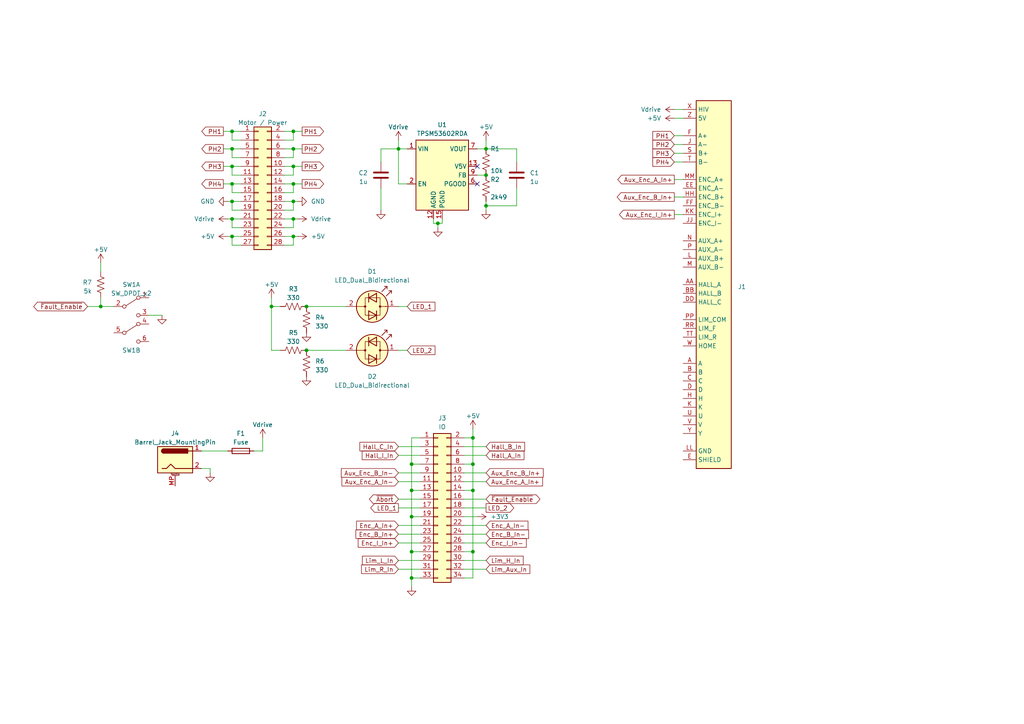
<source format=kicad_sch>
(kicad_sch (version 20230121) (generator eeschema)
  (paper "A4")
  (lib_symbols
    (symbol "Connector:Barrel_Jack_MountingPin" (pin_names hide)
      (property "Reference" "J" (at 0 5.334 0))
      (property "Value" "Barrel_Jack_MountingPin" (at 1.27 -6.35 0))
      (symbol "Barrel_Jack_MountingPin_0_1"
        (rectangle (start -5.08 3.81) (end 5.08 -3.81) (stroke (width 0.254)) (fill (type background)))
        (arc (start -3.302 3.175) (mid -3.9343 2.54) (end -3.302 1.905) (stroke (width 0.254)))
        (arc (start -3.302 3.175) (mid -3.9343 2.54) (end -3.302 1.905) (stroke (width 0.254)) (fill (type outline)))
        (polyline (pts (xy 5.08 2.54) (xy 3.81 2.54)) (stroke (width 0.254)))
        (polyline (pts (xy -3.81 -2.54) (xy -2.54 -2.54) (xy -1.27 -1.27) (xy 0 -2.54) (xy 2.54 -2.54) (xy 5.08 -2.54)) (stroke (width 0.254)))
        (rectangle (start 3.683 3.175) (end -3.302 1.905) (stroke (width 0.254)) (fill (type outline)))
      )
      (symbol "Barrel_Jack_MountingPin_1_1"
        (polyline (pts (xy -1.016 -4.572) (xy 1.016 -4.572)) (stroke (width 0.1524)))
        (text "Mounting" (at 0 -4.191 0) (effects (font (size 0.381 0.381))))
        (pin passive line (at 7.62 2.54 180) (length 2.54) (name "~") (number "1"))
        (pin passive line (at 7.62 -2.54 180) (length 2.54) (name "~") (number "2"))
        (pin passive line (at 0 -7.62 90) (length 3.048) (name "MountPin") (number "MP"))
      )
    )
    (symbol "Connector_Generic:Conn_02x14_Odd_Even" (pin_names (offset 1.016) hide)
      (property "Reference" "J" (at 1.27 17.78 0))
      (property "Value" "Conn_02x14_Odd_Even" (at 1.27 -20.32 0))
      (symbol "Conn_02x14_Odd_Even_1_1"
        (rectangle (start -1.27 -17.653) (end 0 -17.907) (stroke (width 0.1524)))
        (rectangle (start -1.27 -15.113) (end 0 -15.367) (stroke (width 0.1524)))
        (rectangle (start -1.27 -12.573) (end 0 -12.827) (stroke (width 0.1524)))
        (rectangle (start -1.27 -10.033) (end 0 -10.287) (stroke (width 0.1524)))
        (rectangle (start -1.27 -7.493) (end 0 -7.747) (stroke (width 0.1524)))
        (rectangle (start -1.27 -4.953) (end 0 -5.207) (stroke (width 0.1524)))
        (rectangle (start -1.27 -2.413) (end 0 -2.667) (stroke (width 0.1524)))
        (rectangle (start -1.27 0.127) (end 0 -0.127) (stroke (width 0.1524)))
        (rectangle (start -1.27 2.667) (end 0 2.413) (stroke (width 0.1524)))
        (rectangle (start -1.27 5.207) (end 0 4.953) (stroke (width 0.1524)))
        (rectangle (start -1.27 7.747) (end 0 7.493) (stroke (width 0.1524)))
        (rectangle (start -1.27 10.287) (end 0 10.033) (stroke (width 0.1524)))
        (rectangle (start -1.27 12.827) (end 0 12.573) (stroke (width 0.1524)))
        (rectangle (start -1.27 15.367) (end 0 15.113) (stroke (width 0.1524)))
        (rectangle (start -1.27 16.51) (end 3.81 -19.05) (stroke (width 0.254)) (fill (type background)))
        (rectangle (start 3.81 -17.653) (end 2.54 -17.907) (stroke (width 0.1524)))
        (rectangle (start 3.81 -15.113) (end 2.54 -15.367) (stroke (width 0.1524)))
        (rectangle (start 3.81 -12.573) (end 2.54 -12.827) (stroke (width 0.1524)))
        (rectangle (start 3.81 -10.033) (end 2.54 -10.287) (stroke (width 0.1524)))
        (rectangle (start 3.81 -7.493) (end 2.54 -7.747) (stroke (width 0.1524)))
        (rectangle (start 3.81 -4.953) (end 2.54 -5.207) (stroke (width 0.1524)))
        (rectangle (start 3.81 -2.413) (end 2.54 -2.667) (stroke (width 0.1524)))
        (rectangle (start 3.81 0.127) (end 2.54 -0.127) (stroke (width 0.1524)))
        (rectangle (start 3.81 2.667) (end 2.54 2.413) (stroke (width 0.1524)))
        (rectangle (start 3.81 5.207) (end 2.54 4.953) (stroke (width 0.1524)))
        (rectangle (start 3.81 7.747) (end 2.54 7.493) (stroke (width 0.1524)))
        (rectangle (start 3.81 10.287) (end 2.54 10.033) (stroke (width 0.1524)))
        (rectangle (start 3.81 12.827) (end 2.54 12.573) (stroke (width 0.1524)))
        (rectangle (start 3.81 15.367) (end 2.54 15.113) (stroke (width 0.1524)))
        (pin passive line (at -5.08 15.24 0) (length 3.81) (name "Pin_1") (number "1"))
        (pin passive line (at 7.62 5.08 180) (length 3.81) (name "Pin_10") (number "10"))
        (pin passive line (at -5.08 2.54 0) (length 3.81) (name "Pin_11") (number "11"))
        (pin passive line (at 7.62 2.54 180) (length 3.81) (name "Pin_12") (number "12"))
        (pin passive line (at -5.08 0 0) (length 3.81) (name "Pin_13") (number "13"))
        (pin passive line (at 7.62 0 180) (length 3.81) (name "Pin_14") (number "14"))
        (pin passive line (at -5.08 -2.54 0) (length 3.81) (name "Pin_15") (number "15"))
        (pin passive line (at 7.62 -2.54 180) (length 3.81) (name "Pin_16") (number "16"))
        (pin passive line (at -5.08 -5.08 0) (length 3.81) (name "Pin_17") (number "17"))
        (pin passive line (at 7.62 -5.08 180) (length 3.81) (name "Pin_18") (number "18"))
        (pin passive line (at -5.08 -7.62 0) (length 3.81) (name "Pin_19") (number "19"))
        (pin passive line (at 7.62 15.24 180) (length 3.81) (name "Pin_2") (number "2"))
        (pin passive line (at 7.62 -7.62 180) (length 3.81) (name "Pin_20") (number "20"))
        (pin passive line (at -5.08 -10.16 0) (length 3.81) (name "Pin_21") (number "21"))
        (pin passive line (at 7.62 -10.16 180) (length 3.81) (name "Pin_22") (number "22"))
        (pin passive line (at -5.08 -12.7 0) (length 3.81) (name "Pin_23") (number "23"))
        (pin passive line (at 7.62 -12.7 180) (length 3.81) (name "Pin_24") (number "24"))
        (pin passive line (at -5.08 -15.24 0) (length 3.81) (name "Pin_25") (number "25"))
        (pin passive line (at 7.62 -15.24 180) (length 3.81) (name "Pin_26") (number "26"))
        (pin passive line (at -5.08 -17.78 0) (length 3.81) (name "Pin_27") (number "27"))
        (pin passive line (at 7.62 -17.78 180) (length 3.81) (name "Pin_28") (number "28"))
        (pin passive line (at -5.08 12.7 0) (length 3.81) (name "Pin_3") (number "3"))
        (pin passive line (at 7.62 12.7 180) (length 3.81) (name "Pin_4") (number "4"))
        (pin passive line (at -5.08 10.16 0) (length 3.81) (name "Pin_5") (number "5"))
        (pin passive line (at 7.62 10.16 180) (length 3.81) (name "Pin_6") (number "6"))
        (pin passive line (at -5.08 7.62 0) (length 3.81) (name "Pin_7") (number "7"))
        (pin passive line (at 7.62 7.62 180) (length 3.81) (name "Pin_8") (number "8"))
        (pin passive line (at -5.08 5.08 0) (length 3.81) (name "Pin_9") (number "9"))
      )
    )
    (symbol "Connector_Generic:Conn_02x17_Odd_Even" (pin_names (offset 1.016) hide)
      (property "Reference" "J" (at 1.27 22.86 0))
      (property "Value" "Conn_02x17_Odd_Even" (at 1.27 -22.86 0))
      (symbol "Conn_02x17_Odd_Even_1_1"
        (rectangle (start -1.27 -20.193) (end 0 -20.447) (stroke (width 0.1524)))
        (rectangle (start -1.27 -17.653) (end 0 -17.907) (stroke (width 0.1524)))
        (rectangle (start -1.27 -15.113) (end 0 -15.367) (stroke (width 0.1524)))
        (rectangle (start -1.27 -12.573) (end 0 -12.827) (stroke (width 0.1524)))
        (rectangle (start -1.27 -10.033) (end 0 -10.287) (stroke (width 0.1524)))
        (rectangle (start -1.27 -7.493) (end 0 -7.747) (stroke (width 0.1524)))
        (rectangle (start -1.27 -4.953) (end 0 -5.207) (stroke (width 0.1524)))
        (rectangle (start -1.27 -2.413) (end 0 -2.667) (stroke (width 0.1524)))
        (rectangle (start -1.27 0.127) (end 0 -0.127) (stroke (width 0.1524)))
        (rectangle (start -1.27 2.667) (end 0 2.413) (stroke (width 0.1524)))
        (rectangle (start -1.27 5.207) (end 0 4.953) (stroke (width 0.1524)))
        (rectangle (start -1.27 7.747) (end 0 7.493) (stroke (width 0.1524)))
        (rectangle (start -1.27 10.287) (end 0 10.033) (stroke (width 0.1524)))
        (rectangle (start -1.27 12.827) (end 0 12.573) (stroke (width 0.1524)))
        (rectangle (start -1.27 15.367) (end 0 15.113) (stroke (width 0.1524)))
        (rectangle (start -1.27 17.907) (end 0 17.653) (stroke (width 0.1524)))
        (rectangle (start -1.27 20.447) (end 0 20.193) (stroke (width 0.1524)))
        (rectangle (start -1.27 21.59) (end 3.81 -21.59) (stroke (width 0.254)) (fill (type background)))
        (rectangle (start 3.81 -20.193) (end 2.54 -20.447) (stroke (width 0.1524)))
        (rectangle (start 3.81 -17.653) (end 2.54 -17.907) (stroke (width 0.1524)))
        (rectangle (start 3.81 -15.113) (end 2.54 -15.367) (stroke (width 0.1524)))
        (rectangle (start 3.81 -12.573) (end 2.54 -12.827) (stroke (width 0.1524)))
        (rectangle (start 3.81 -10.033) (end 2.54 -10.287) (stroke (width 0.1524)))
        (rectangle (start 3.81 -7.493) (end 2.54 -7.747) (stroke (width 0.1524)))
        (rectangle (start 3.81 -4.953) (end 2.54 -5.207) (stroke (width 0.1524)))
        (rectangle (start 3.81 -2.413) (end 2.54 -2.667) (stroke (width 0.1524)))
        (rectangle (start 3.81 0.127) (end 2.54 -0.127) (stroke (width 0.1524)))
        (rectangle (start 3.81 2.667) (end 2.54 2.413) (stroke (width 0.1524)))
        (rectangle (start 3.81 5.207) (end 2.54 4.953) (stroke (width 0.1524)))
        (rectangle (start 3.81 7.747) (end 2.54 7.493) (stroke (width 0.1524)))
        (rectangle (start 3.81 10.287) (end 2.54 10.033) (stroke (width 0.1524)))
        (rectangle (start 3.81 12.827) (end 2.54 12.573) (stroke (width 0.1524)))
        (rectangle (start 3.81 15.367) (end 2.54 15.113) (stroke (width 0.1524)))
        (rectangle (start 3.81 17.907) (end 2.54 17.653) (stroke (width 0.1524)))
        (rectangle (start 3.81 20.447) (end 2.54 20.193) (stroke (width 0.1524)))
        (pin passive line (at -5.08 20.32 0) (length 3.81) (name "Pin_1") (number "1"))
        (pin passive line (at 7.62 10.16 180) (length 3.81) (name "Pin_10") (number "10"))
        (pin passive line (at -5.08 7.62 0) (length 3.81) (name "Pin_11") (number "11"))
        (pin passive line (at 7.62 7.62 180) (length 3.81) (name "Pin_12") (number "12"))
        (pin passive line (at -5.08 5.08 0) (length 3.81) (name "Pin_13") (number "13"))
        (pin passive line (at 7.62 5.08 180) (length 3.81) (name "Pin_14") (number "14"))
        (pin passive line (at -5.08 2.54 0) (length 3.81) (name "Pin_15") (number "15"))
        (pin passive line (at 7.62 2.54 180) (length 3.81) (name "Pin_16") (number "16"))
        (pin passive line (at -5.08 0 0) (length 3.81) (name "Pin_17") (number "17"))
        (pin passive line (at 7.62 0 180) (length 3.81) (name "Pin_18") (number "18"))
        (pin passive line (at -5.08 -2.54 0) (length 3.81) (name "Pin_19") (number "19"))
        (pin passive line (at 7.62 20.32 180) (length 3.81) (name "Pin_2") (number "2"))
        (pin passive line (at 7.62 -2.54 180) (length 3.81) (name "Pin_20") (number "20"))
        (pin passive line (at -5.08 -5.08 0) (length 3.81) (name "Pin_21") (number "21"))
        (pin passive line (at 7.62 -5.08 180) (length 3.81) (name "Pin_22") (number "22"))
        (pin passive line (at -5.08 -7.62 0) (length 3.81) (name "Pin_23") (number "23"))
        (pin passive line (at 7.62 -7.62 180) (length 3.81) (name "Pin_24") (number "24"))
        (pin passive line (at -5.08 -10.16 0) (length 3.81) (name "Pin_25") (number "25"))
        (pin passive line (at 7.62 -10.16 180) (length 3.81) (name "Pin_26") (number "26"))
        (pin passive line (at -5.08 -12.7 0) (length 3.81) (name "Pin_27") (number "27"))
        (pin passive line (at 7.62 -12.7 180) (length 3.81) (name "Pin_28") (number "28"))
        (pin passive line (at -5.08 -15.24 0) (length 3.81) (name "Pin_29") (number "29"))
        (pin passive line (at -5.08 17.78 0) (length 3.81) (name "Pin_3") (number "3"))
        (pin passive line (at 7.62 -15.24 180) (length 3.81) (name "Pin_30") (number "30"))
        (pin passive line (at -5.08 -17.78 0) (length 3.81) (name "Pin_31") (number "31"))
        (pin passive line (at 7.62 -17.78 180) (length 3.81) (name "Pin_32") (number "32"))
        (pin passive line (at -5.08 -20.32 0) (length 3.81) (name "Pin_33") (number "33"))
        (pin passive line (at 7.62 -20.32 180) (length 3.81) (name "Pin_34") (number "34"))
        (pin passive line (at 7.62 17.78 180) (length 3.81) (name "Pin_4") (number "4"))
        (pin passive line (at -5.08 15.24 0) (length 3.81) (name "Pin_5") (number "5"))
        (pin passive line (at 7.62 15.24 180) (length 3.81) (name "Pin_6") (number "6"))
        (pin passive line (at -5.08 12.7 0) (length 3.81) (name "Pin_7") (number "7"))
        (pin passive line (at 7.62 12.7 180) (length 3.81) (name "Pin_8") (number "8"))
        (pin passive line (at -5.08 10.16 0) (length 3.81) (name "Pin_9") (number "9"))
      )
    )
    (symbol "Converter_DCDC:TPSM53602RDA"
      (property "Reference" "U" (at 0 15.24 0))
      (property "Value" "TPSM53602RDA" (at 0 12.7 0))
      (symbol "TPSM53602RDA_0_1"
        (rectangle (start 7.62 10.16) (end -7.62 -10.16) (stroke (width 0.254)) (fill (type background)))
      )
      (symbol "TPSM53602RDA_1_1"
        (pin power_in line (at -10.16 7.62 0) (length 2.54) (name "VIN") (number "1"))
        (pin passive line (at 0 -12.7 90) (length 2.54) hide (name "PGND") (number "10"))
        (pin passive line (at 0 -12.7 90) (length 2.54) hide (name "PGND") (number "11"))
        (pin power_in line (at -2.54 -12.7 90) (length 2.54) (name "AGND") (number "12"))
        (pin output line (at 10.16 2.54 180) (length 2.54) (name "V5V") (number "13"))
        (pin passive line (at -10.16 7.62 0) (length 2.54) hide (name "VIN") (number "14"))
        (pin power_in line (at 0 -12.7 90) (length 2.54) (name "PGND") (number "15"))
        (pin input line (at -10.16 -2.54 0) (length 2.54) (name "EN") (number "2"))
        (pin passive line (at 0 -12.7 90) (length 2.54) hide (name "PGND") (number "3"))
        (pin no_connect line (at -7.62 2.54 0) (length 2.54) hide (name "DNC") (number "4"))
        (pin no_connect line (at -7.62 0 0) (length 2.54) hide (name "DNC") (number "5"))
        (pin open_collector line (at 10.16 -2.54 180) (length 2.54) (name "PGOOD") (number "6"))
        (pin power_out line (at 10.16 7.62 180) (length 2.54) (name "VOUT") (number "7"))
        (pin passive line (at 10.16 7.62 180) (length 2.54) hide (name "VOUT") (number "8"))
        (pin input line (at 10.16 0 180) (length 2.54) (name "FB") (number "9"))
      )
    )
    (symbol "Device:C" (pin_numbers hide) (pin_names (offset 0.254))
      (property "Reference" "C" (at 0.635 2.54 0))
      (property "Value" "C" (at 0.635 -2.54 0))
      (symbol "C_0_1"
        (polyline (pts (xy -2.032 -0.762) (xy 2.032 -0.762)) (stroke (width 0.508)))
        (polyline (pts (xy -2.032 0.762) (xy 2.032 0.762)) (stroke (width 0.508)))
      )
      (symbol "C_1_1"
        (pin passive line (at 0 3.81 270) (length 2.794) (name "~") (number "1"))
        (pin passive line (at 0 -3.81 90) (length 2.794) (name "~") (number "2"))
      )
    )
    (symbol "Device:Fuse" (pin_numbers hide) (pin_names (offset 0))
      (property "Reference" "F" (at 2.032 0 90))
      (property "Value" "Fuse" (at -1.905 0 90))
      (symbol "Fuse_0_1"
        (rectangle (start -0.762 -2.54) (end 0.762 2.54) (stroke (width 0.254)))
        (polyline (pts (xy 0 2.54) (xy 0 -2.54)))
      )
      (symbol "Fuse_1_1"
        (pin passive line (at 0 3.81 270) (length 1.27) (name "~") (number "1"))
        (pin passive line (at 0 -3.81 90) (length 1.27) (name "~") (number "2"))
      )
    )
    (symbol "Device:LED_Dual_Bidirectional" (pin_names (offset 0) hide)
      (property "Reference" "D" (at 0 5.715 0))
      (property "Value" "LED_Dual_Bidirectional" (at 0 -6.35 0))
      (symbol "LED_Dual_Bidirectional_0_1"
        (circle (center -2.032 0) (radius 0.254) (fill (type outline)))
        (polyline (pts (xy -4.572 0) (xy -2.54 0)))
        (polyline (pts (xy -2.032 0) (xy -2.54 0)))
        (polyline (pts (xy -1.016 3.81) (xy -1.016 1.27)) (stroke (width 0.254)))
        (polyline (pts (xy 1.27 -1.27) (xy 1.27 -3.81)) (stroke (width 0.254)))
        (polyline (pts (xy 4.064 0) (xy 2.286 0)) (fill (type outline)))
        (polyline (pts (xy 4.318 5.842) (xy 4.318 5.08)) (stroke (width 0.2032)))
        (polyline (pts (xy 5.588 4.572) (xy 5.588 3.81)) (stroke (width 0.2032)))
        (polyline (pts (xy 2.794 4.318) (xy 4.318 5.842) (xy 3.556 5.842)) (stroke (width 0.2032)))
        (polyline (pts (xy 4.064 3.048) (xy 5.588 4.572) (xy 4.826 4.572)) (stroke (width 0.2032)))
        (polyline (pts (xy -1.016 -1.27) (xy -1.016 -3.81) (xy 1.27 -2.54) (xy -1.016 -1.27)) (stroke (width 0.254)))
        (polyline (pts (xy 1.27 3.81) (xy 1.27 1.27) (xy -1.016 2.54) (xy 1.27 3.81)) (stroke (width 0.254)))
        (polyline (pts (xy 2.286 2.54) (xy -2.032 2.54) (xy -2.032 -2.54) (xy 2.286 -2.54) (xy 2.286 2.54)))
        (circle (center 0 0) (radius 4.572) (stroke (width 0.254)) (fill (type background)))
        (circle (center 2.286 0) (radius 0.254) (fill (type outline)))
      )
      (symbol "LED_Dual_Bidirectional_1_1"
        (pin input line (at 7.62 0 180) (length 3.81) (name "KA") (number "1"))
        (pin input line (at -7.62 0 0) (length 3.048) (name "AK") (number "2"))
      )
    )
    (symbol "Device:R_US" (pin_numbers hide) (pin_names (offset 0))
      (property "Reference" "R" (at 2.54 0 90))
      (property "Value" "R_US" (at -2.54 0 90))
      (symbol "R_US_0_1"
        (polyline (pts (xy 0 -2.286) (xy 0 -2.54)))
        (polyline (pts (xy 0 2.286) (xy 0 2.54)))
        (polyline (pts (xy 0 -0.762) (xy 1.016 -1.143) (xy 0 -1.524) (xy -1.016 -1.905) (xy 0 -2.286)))
        (polyline (pts (xy 0 0.762) (xy 1.016 0.381) (xy 0 0) (xy -1.016 -0.381) (xy 0 -0.762)))
        (polyline (pts (xy 0 2.286) (xy 1.016 1.905) (xy 0 1.524) (xy -1.016 1.143) (xy 0 0.762)))
      )
      (symbol "R_US_1_1"
        (pin passive line (at 0 3.81 270) (length 1.27) (name "~") (number "1"))
        (pin passive line (at 0 -3.81 90) (length 1.27) (name "~") (number "2"))
      )
    )
    (symbol "ELCO:ELCO"
      (property "Reference" "J" (at -3.81 36.83 0))
      (symbol "ELCO_1_1"
        (rectangle (start -5.08 35.56) (end 5.08 -71.12) (stroke (width 0.254)) (fill (type background)))
        (pin passive line (at -8.89 -40.64 0) (length 3.81) (name "A") (number "A"))
        (pin passive line (at -8.89 -17.78 0) (length 3.81) (name "HALL_A") (number "AA"))
        (pin passive line (at -8.89 -43.18 0) (length 3.81) (name "B") (number "B"))
        (pin passive line (at -8.89 -20.32 0) (length 3.81) (name "HALL_B") (number "BB"))
        (pin passive line (at -8.89 -45.72 0) (length 3.81) (name "C") (number "C"))
        (pin passive line (at -8.89 -68.58 0) (length 3.81) hide (name "SHIELD") (number "CC"))
        (pin passive line (at -8.89 -48.26 0) (length 3.81) (name "D") (number "D"))
        (pin passive line (at -8.89 -22.86 0) (length 3.81) (name "HALL_C") (number "DD"))
        (pin passive line (at -8.89 -68.58 0) (length 3.81) (name "SHIELD") (number "E"))
        (pin passive line (at -8.89 10.16 0) (length 3.81) (name "ENC_A-") (number "EE"))
        (pin passive line (at -8.89 25.4 0) (length 3.81) (name "A+") (number "F"))
        (pin passive line (at -8.89 5.08 0) (length 3.81) (name "ENC_B-") (number "FF"))
        (pin passive line (at -8.89 -50.8 0) (length 3.81) (name "H") (number "H"))
        (pin passive line (at -8.89 7.62 0) (length 3.81) (name "ENC_B+") (number "HH"))
        (pin passive line (at -8.89 22.86 0) (length 3.81) (name "A-") (number "J"))
        (pin passive line (at -8.89 0 0) (length 3.81) (name "ENC_I-") (number "JJ"))
        (pin passive line (at -8.89 -53.34 0) (length 3.81) (name "K") (number "K"))
        (pin passive line (at -8.89 2.54 0) (length 3.81) (name "ENC_I+") (number "KK"))
        (pin passive line (at -8.89 -10.16 0) (length 3.81) (name "AUX_B+") (number "L"))
        (pin passive line (at -8.89 -66.04 0) (length 3.81) (name "GND") (number "LL"))
        (pin passive line (at -8.89 -12.7 0) (length 3.81) (name "AUX_B-") (number "M"))
        (pin passive line (at -8.89 12.7 0) (length 3.81) (name "ENC_A+") (number "MM"))
        (pin passive line (at -8.89 -5.08 0) (length 3.81) (name "AUX_A+") (number "N"))
        (pin passive line (at -8.89 30.48 0) (length 3.81) hide (name "5V") (number "NN"))
        (pin passive line (at -8.89 -7.62 0) (length 3.81) (name "AUX_A-") (number "P"))
        (pin passive line (at -8.89 -27.94 0) (length 3.81) (name "LIM_COM") (number "PP"))
        (pin passive line (at -8.89 -68.58 0) (length 3.81) hide (name "SHIELD") (number "R"))
        (pin passive line (at -8.89 -30.48 0) (length 3.81) (name "LIM_F") (number "RR"))
        (pin passive line (at -8.89 20.32 0) (length 3.81) (name "B+") (number "S"))
        (pin passive line (at -8.89 -27.94 0) (length 3.81) hide (name "LIM_COM") (number "SS"))
        (pin passive line (at -8.89 17.78 0) (length 3.81) (name "B-") (number "T"))
        (pin passive line (at -8.89 -33.02 0) (length 3.81) (name "LIM_R") (number "TT"))
        (pin passive line (at -8.89 -55.88 0) (length 3.81) (name "U") (number "U"))
        (pin passive line (at -8.89 -58.42 0) (length 3.81) (name "V") (number "V"))
        (pin passive line (at -8.89 -35.56 0) (length 3.81) (name "HOME") (number "W"))
        (pin passive line (at -8.89 33.02 0) (length 3.81) (name "HIV") (number "X"))
        (pin passive line (at -8.89 -60.96 0) (length 3.81) (name "Y") (number "Y"))
        (pin passive line (at -8.89 30.48 0) (length 3.81) (name "5V") (number "Z"))
      )
    )
    (symbol "Switch:SW_DPDT_x2" (pin_names (offset 0) hide)
      (property "Reference" "SW" (at 0 4.318 0))
      (property "Value" "SW_DPDT_x2" (at 0 -5.08 0))
      (symbol "SW_DPDT_x2_0_0"
        (circle (center -2.032 0) (radius 0.508))
        (circle (center 2.032 -2.54) (radius 0.508))
      )
      (symbol "SW_DPDT_x2_0_1"
        (polyline (pts (xy -1.524 0.254) (xy 1.651 2.286)))
        (circle (center 2.032 2.54) (radius 0.508))
      )
      (symbol "SW_DPDT_x2_1_1"
        (pin passive line (at 5.08 2.54 180) (length 2.54) (name "A") (number "1"))
        (pin passive line (at -5.08 0 0) (length 2.54) (name "B") (number "2"))
        (pin passive line (at 5.08 -2.54 180) (length 2.54) (name "C") (number "3"))
      )
      (symbol "SW_DPDT_x2_2_1"
        (pin passive line (at 5.08 2.54 180) (length 2.54) (name "A") (number "4"))
        (pin passive line (at -5.08 0 0) (length 2.54) (name "B") (number "5"))
        (pin passive line (at 5.08 -2.54 180) (length 2.54) (name "C") (number "6"))
      )
    )
    (symbol "power:+3V3" (power) (pin_names (offset 0))
      (property "Value" "+3V3" (at 0 3.556 0))
      (symbol "+3V3_0_1"
        (polyline (pts (xy -0.762 1.27) (xy 0 2.54)))
        (polyline (pts (xy 0 0) (xy 0 2.54)))
        (polyline (pts (xy 0 2.54) (xy 0.762 1.27)))
      )
      (symbol "+3V3_1_1"
        (pin power_in line (at 0 0 90) (length 0) hide (name "+3V3") (number "1"))
      )
    )
    (symbol "power:+5V" (power) (pin_names (offset 0))
      (property "Value" "+5V" (at 0 3.556 0))
      (symbol "+5V_0_1"
        (polyline (pts (xy -0.762 1.27) (xy 0 2.54)))
        (polyline (pts (xy 0 0) (xy 0 2.54)))
        (polyline (pts (xy 0 2.54) (xy 0.762 1.27)))
      )
      (symbol "+5V_1_1"
        (pin power_in line (at 0 0 90) (length 0) hide (name "+5V") (number "1"))
      )
    )
    (symbol "power:GND" (power) (pin_names (offset 0))
      (property "Value" "GND" (at 0 -3.81 0))
      (symbol "GND_0_1"
        (polyline (pts (xy 0 0) (xy 0 -1.27) (xy 1.27 -1.27) (xy 0 -2.54) (xy -1.27 -1.27) (xy 0 -1.27)))
      )
      (symbol "GND_1_1"
        (pin power_in line (at 0 0 270) (length 0) hide (name "GND") (number "1"))
      )
    )
    (symbol "power:Vdrive" (power) (pin_names (offset 0))
      (property "Value" "Vdrive" (at 0 3.81 0))
      (symbol "Vdrive_0_1"
        (polyline (pts (xy -0.762 1.27) (xy 0 2.54)))
        (polyline (pts (xy 0 0) (xy 0 2.54)))
        (polyline (pts (xy 0 2.54) (xy 0.762 1.27)))
      )
      (symbol "Vdrive_1_1"
        (pin power_in line (at 0 0 90) (length 0) hide (name "Vdrive") (number "1"))
      )
    )
  )
  (junction (at 115.57 43.18))
  (junction (at 137.16 160.02))
  (junction (at 85.09 68.58))
  (junction (at 85.09 63.5))
  (junction (at 67.31 38.1))
  (junction (at 140.97 43.18))
  (junction (at 85.09 53.34))
  (junction (at 67.31 53.34))
  (junction (at 67.31 63.5))
  (junction (at 88.9 101.6))
  (junction (at 78.74 88.9))
  (junction (at 140.97 59.69))
  (junction (at 140.97 50.8))
  (junction (at 137.16 134.62))
  (junction (at 67.31 58.42))
  (junction (at 67.31 43.18))
  (junction (at 137.16 142.24))
  (junction (at 137.16 127))
  (junction (at 119.38 167.64))
  (junction (at 85.09 58.42))
  (junction (at 67.31 48.26))
  (junction (at 85.09 38.1))
  (junction (at 85.09 43.18))
  (junction (at 119.38 134.62))
  (junction (at 127 64.77))
  (junction (at 119.38 142.24))
  (junction (at 88.9 88.9))
  (junction (at 119.38 149.86))
  (junction (at 85.09 48.26))
  (junction (at 29.21 88.9))
  (junction (at 67.31 68.58))
  (junction (at 119.38 160.02))
  (no_connect (at 138.43 53.34))
  (no_connect (at 138.43 48.26))
  (wire (pts (xy 67.31 68.58) (xy 67.31 71.12)))
  (wire (pts (xy 119.38 149.86) (xy 119.38 160.02)))
  (wire (pts (xy 88.9 101.6) (xy 100.33 101.6)))
  (wire (pts (xy 137.16 142.24) (xy 137.16 160.02)))
  (wire (pts (xy 85.09 71.12) (xy 82.55 71.12)))
  (wire (pts (xy 138.43 50.8) (xy 140.97 50.8)))
  (wire (pts (xy 85.09 38.1) (xy 82.55 38.1)))
  (wire (pts (xy 121.92 134.62) (xy 119.38 134.62)))
  (wire (pts (xy 195.58 62.23) (xy 198.12 62.23)))
  (wire (pts (xy 60.96 135.89) (xy 58.42 135.89)))
  (wire (pts (xy 67.31 48.26) (xy 67.31 50.8)))
  (wire (pts (xy 64.77 53.34) (xy 67.31 53.34)))
  (wire (pts (xy 85.09 66.04) (xy 82.55 66.04)))
  (wire (pts (xy 115.57 152.4) (xy 121.92 152.4)))
  (wire (pts (xy 137.16 160.02) (xy 134.62 160.02)))
  (wire (pts (xy 85.09 38.1) (xy 85.09 40.64)))
  (wire (pts (xy 140.97 137.16) (xy 134.62 137.16)))
  (wire (pts (xy 140.97 132.08) (xy 134.62 132.08)))
  (wire (pts (xy 137.16 134.62) (xy 137.16 142.24)))
  (wire (pts (xy 87.63 38.1) (xy 85.09 38.1)))
  (wire (pts (xy 195.58 46.99) (xy 198.12 46.99)))
  (wire (pts (xy 149.86 54.61) (xy 149.86 59.69)))
  (wire (pts (xy 140.97 152.4) (xy 134.62 152.4)))
  (wire (pts (xy 115.57 43.18) (xy 118.11 43.18)))
  (wire (pts (xy 67.31 38.1) (xy 69.85 38.1)))
  (wire (pts (xy 85.09 43.18) (xy 87.63 43.18)))
  (wire (pts (xy 140.97 129.54) (xy 134.62 129.54)))
  (wire (pts (xy 78.74 88.9) (xy 78.74 101.6)))
  (wire (pts (xy 119.38 142.24) (xy 119.38 149.86)))
  (wire (pts (xy 140.97 139.7) (xy 134.62 139.7)))
  (wire (pts (xy 85.09 58.42) (xy 82.55 58.42)))
  (wire (pts (xy 87.63 53.34) (xy 85.09 53.34)))
  (wire (pts (xy 73.66 130.81) (xy 76.2 130.81)))
  (wire (pts (xy 67.31 40.64) (xy 69.85 40.64)))
  (wire (pts (xy 137.16 142.24) (xy 134.62 142.24)))
  (wire (pts (xy 119.38 160.02) (xy 119.38 167.64)))
  (wire (pts (xy 66.04 68.58) (xy 67.31 68.58)))
  (wire (pts (xy 67.31 48.26) (xy 69.85 48.26)))
  (wire (pts (xy 85.09 63.5) (xy 85.09 66.04)))
  (wire (pts (xy 149.86 59.69) (xy 140.97 59.69)))
  (wire (pts (xy 67.31 53.34) (xy 67.31 55.88)))
  (wire (pts (xy 140.97 144.78) (xy 134.62 144.78)))
  (wire (pts (xy 138.43 43.18) (xy 140.97 43.18)))
  (wire (pts (xy 149.86 46.99) (xy 149.86 43.18)))
  (wire (pts (xy 195.58 44.45) (xy 198.12 44.45)))
  (wire (pts (xy 85.09 55.88) (xy 82.55 55.88)))
  (wire (pts (xy 64.77 48.26) (xy 67.31 48.26)))
  (wire (pts (xy 115.57 129.54) (xy 121.92 129.54)))
  (wire (pts (xy 67.31 63.5) (xy 67.31 66.04)))
  (wire (pts (xy 115.57 157.48) (xy 121.92 157.48)))
  (wire (pts (xy 85.09 45.72) (xy 82.55 45.72)))
  (wire (pts (xy 115.57 88.9) (xy 118.11 88.9)))
  (wire (pts (xy 67.31 66.04) (xy 69.85 66.04)))
  (wire (pts (xy 78.74 88.9) (xy 81.28 88.9)))
  (wire (pts (xy 134.62 167.64) (xy 137.16 167.64)))
  (wire (pts (xy 121.92 142.24) (xy 119.38 142.24)))
  (wire (pts (xy 140.97 58.42) (xy 140.97 59.69)))
  (wire (pts (xy 115.57 101.6) (xy 118.11 101.6)))
  (wire (pts (xy 195.58 41.91) (xy 198.12 41.91)))
  (wire (pts (xy 140.97 154.94) (xy 134.62 154.94)))
  (wire (pts (xy 67.31 50.8) (xy 69.85 50.8)))
  (wire (pts (xy 85.09 43.18) (xy 85.09 45.72)))
  (wire (pts (xy 195.58 52.07) (xy 198.12 52.07)))
  (wire (pts (xy 67.31 60.96) (xy 69.85 60.96)))
  (wire (pts (xy 86.36 63.5) (xy 85.09 63.5)))
  (wire (pts (xy 85.09 68.58) (xy 85.09 71.12)))
  (wire (pts (xy 195.58 34.29) (xy 198.12 34.29)))
  (wire (pts (xy 67.31 58.42) (xy 67.31 60.96)))
  (wire (pts (xy 140.97 43.18) (xy 149.86 43.18)))
  (wire (pts (xy 121.92 132.08) (xy 115.57 132.08)))
  (wire (pts (xy 66.04 63.5) (xy 67.31 63.5)))
  (wire (pts (xy 121.92 149.86) (xy 119.38 149.86)))
  (wire (pts (xy 78.74 101.6) (xy 81.28 101.6)))
  (wire (pts (xy 66.04 58.42) (xy 67.31 58.42)))
  (wire (pts (xy 60.96 137.16) (xy 60.96 135.89)))
  (wire (pts (xy 76.2 130.81) (xy 76.2 127)))
  (wire (pts (xy 119.38 127) (xy 119.38 134.62)))
  (wire (pts (xy 118.11 53.34) (xy 115.57 53.34)))
  (wire (pts (xy 195.58 39.37) (xy 198.12 39.37)))
  (wire (pts (xy 85.09 58.42) (xy 85.09 60.96)))
  (wire (pts (xy 138.43 149.86) (xy 134.62 149.86)))
  (wire (pts (xy 67.31 63.5) (xy 69.85 63.5)))
  (wire (pts (xy 119.38 167.64) (xy 121.92 167.64)))
  (wire (pts (xy 78.74 86.36) (xy 78.74 88.9)))
  (wire (pts (xy 64.77 38.1) (xy 67.31 38.1)))
  (wire (pts (xy 85.09 53.34) (xy 85.09 55.88)))
  (wire (pts (xy 110.49 54.61) (xy 110.49 60.96)))
  (wire (pts (xy 119.38 167.64) (xy 119.38 170.18)))
  (wire (pts (xy 67.31 55.88) (xy 69.85 55.88)))
  (wire (pts (xy 115.57 137.16) (xy 121.92 137.16)))
  (wire (pts (xy 121.92 127) (xy 119.38 127)))
  (wire (pts (xy 25.4 88.9) (xy 29.21 88.9)))
  (wire (pts (xy 85.09 40.64) (xy 82.55 40.64)))
  (wire (pts (xy 86.36 68.58) (xy 85.09 68.58)))
  (wire (pts (xy 87.63 48.26) (xy 85.09 48.26)))
  (wire (pts (xy 67.31 43.18) (xy 69.85 43.18)))
  (wire (pts (xy 110.49 43.18) (xy 115.57 43.18)))
  (wire (pts (xy 140.97 59.69) (xy 140.97 60.96)))
  (wire (pts (xy 85.09 60.96) (xy 82.55 60.96)))
  (wire (pts (xy 121.92 160.02) (xy 119.38 160.02)))
  (wire (pts (xy 125.73 63.5) (xy 125.73 64.77)))
  (wire (pts (xy 128.27 63.5) (xy 128.27 64.77)))
  (wire (pts (xy 137.16 124.46) (xy 137.16 127)))
  (wire (pts (xy 119.38 134.62) (xy 119.38 142.24)))
  (wire (pts (xy 29.21 88.9) (xy 33.02 88.9)))
  (wire (pts (xy 85.09 50.8) (xy 82.55 50.8)))
  (wire (pts (xy 115.57 147.32) (xy 121.92 147.32)))
  (wire (pts (xy 134.62 147.32) (xy 140.97 147.32)))
  (wire (pts (xy 195.58 31.75) (xy 198.12 31.75)))
  (wire (pts (xy 85.09 53.34) (xy 82.55 53.34)))
  (wire (pts (xy 125.73 64.77) (xy 127 64.77)))
  (wire (pts (xy 67.31 58.42) (xy 69.85 58.42)))
  (wire (pts (xy 121.92 144.78) (xy 115.57 144.78)))
  (wire (pts (xy 115.57 165.1) (xy 121.92 165.1)))
  (wire (pts (xy 115.57 162.56) (xy 121.92 162.56)))
  (wire (pts (xy 137.16 160.02) (xy 137.16 167.64)))
  (wire (pts (xy 85.09 48.26) (xy 85.09 50.8)))
  (wire (pts (xy 29.21 86.36) (xy 29.21 88.9)))
  (wire (pts (xy 67.31 71.12) (xy 69.85 71.12)))
  (wire (pts (xy 88.9 88.9) (xy 100.33 88.9)))
  (wire (pts (xy 64.77 43.18) (xy 67.31 43.18)))
  (wire (pts (xy 115.57 154.94) (xy 121.92 154.94)))
  (wire (pts (xy 58.42 130.81) (xy 66.04 130.81)))
  (wire (pts (xy 110.49 46.99) (xy 110.49 43.18)))
  (wire (pts (xy 115.57 40.64) (xy 115.57 43.18)))
  (wire (pts (xy 67.31 43.18) (xy 67.31 45.72)))
  (wire (pts (xy 82.55 43.18) (xy 85.09 43.18)))
  (wire (pts (xy 137.16 127) (xy 134.62 127)))
  (wire (pts (xy 86.36 58.42) (xy 85.09 58.42)))
  (wire (pts (xy 43.18 91.44) (xy 46.99 91.44)))
  (wire (pts (xy 115.57 53.34) (xy 115.57 43.18)))
  (wire (pts (xy 67.31 53.34) (xy 69.85 53.34)))
  (wire (pts (xy 85.09 48.26) (xy 82.55 48.26)))
  (wire (pts (xy 67.31 45.72) (xy 69.85 45.72)))
  (wire (pts (xy 29.21 76.2) (xy 29.21 78.74)))
  (wire (pts (xy 140.97 43.18) (xy 140.97 40.64)))
  (wire (pts (xy 85.09 63.5) (xy 82.55 63.5)))
  (wire (pts (xy 127 64.77) (xy 127 66.04)))
  (wire (pts (xy 115.57 139.7) (xy 121.92 139.7)))
  (wire (pts (xy 195.58 57.15) (xy 198.12 57.15)))
  (wire (pts (xy 140.97 157.48) (xy 134.62 157.48)))
  (wire (pts (xy 127 64.77) (xy 128.27 64.77)))
  (wire (pts (xy 67.31 68.58) (xy 69.85 68.58)))
  (wire (pts (xy 137.16 127) (xy 137.16 134.62)))
  (wire (pts (xy 85.09 68.58) (xy 82.55 68.58)))
  (wire (pts (xy 134.62 165.1) (xy 140.97 165.1)))
  (wire (pts (xy 67.31 38.1) (xy 67.31 40.64)))
  (wire (pts (xy 140.97 162.56) (xy 134.62 162.56)))
  (wire (pts (xy 137.16 134.62) (xy 134.62 134.62)))
  (global_label "PH3" (shape input) (at 195.58 44.45 180) (property "Intersheetrefs" "${INTERSHEET_REFS}" (effects hide)))
  (global_label "~{Fault_Enable}" (shape bidirectional) (at 140.97 144.78 0) (property "Intersheetrefs" "${INTERSHEET_REFS}" (effects hide)))
  (global_label "PH3" (shape output) (at 87.63 48.26 0) (property "Intersheetrefs" "${INTERSHEET_REFS}" (effects hide)))
  (global_label "Enc_A_In+" (shape input) (at 115.57 152.4 180) (property "Intersheetrefs" "${INTERSHEET_REFS}" (effects hide)))
  (global_label "Enc_A_In-" (shape input) (at 140.97 152.4 0) (property "Intersheetrefs" "${INTERSHEET_REFS}" (effects hide)))
  (global_label "Enc_I_In+" (shape input) (at 115.57 157.48 180) (property "Intersheetrefs" "${INTERSHEET_REFS}" (effects hide)))
  (global_label "~{Fault_Enable}" (shape bidirectional) (at 25.4 88.9 180) (property "Intersheetrefs" "${INTERSHEET_REFS}" (effects hide)))
  (global_label "Enc_I_In-" (shape input) (at 140.97 157.48 0) (property "Intersheetrefs" "${INTERSHEET_REFS}" (effects hide)))
  (global_label "LED_2" (shape input) (at 118.11 101.6 0) (property "Intersheetrefs" "${INTERSHEET_REFS}" (effects hide)))
  (global_label "Aux_Enc_A_In+" (shape output) (at 195.58 52.07 180) (property "Intersheetrefs" "${INTERSHEET_REFS}" (effects hide)))
  (global_label "PH2" (shape output) (at 64.77 43.18 180) (property "Intersheetrefs" "${INTERSHEET_REFS}" (effects hide)))
  (global_label "PH2" (shape output) (at 87.63 43.18 0) (property "Intersheetrefs" "${INTERSHEET_REFS}" (effects hide)))
  (global_label "Hall_I_In" (shape input) (at 115.57 132.08 180) (property "Intersheetrefs" "${INTERSHEET_REFS}" (effects hide)))
  (global_label "PH1" (shape output) (at 87.63 38.1 0) (property "Intersheetrefs" "${INTERSHEET_REFS}" (effects hide)))
  (global_label "Lim_R_In" (shape input) (at 115.57 165.1 180) (property "Intersheetrefs" "${INTERSHEET_REFS}" (effects hide)))
  (global_label "PH4" (shape input) (at 195.58 46.99 180) (property "Intersheetrefs" "${INTERSHEET_REFS}" (effects hide)))
  (global_label "~{Abort}" (shape bidirectional) (at 115.57 144.78 180) (property "Intersheetrefs" "${INTERSHEET_REFS}" (effects hide)))
  (global_label "LED_1" (shape output) (at 115.57 147.32 180) (property "Intersheetrefs" "${INTERSHEET_REFS}" (effects hide)))
  (global_label "Aux_Enc_B_In+" (shape output) (at 195.58 57.15 180) (property "Intersheetrefs" "${INTERSHEET_REFS}" (effects hide)))
  (global_label "LED_2" (shape output) (at 140.97 147.32 0) (property "Intersheetrefs" "${INTERSHEET_REFS}" (effects hide)))
  (global_label "Hall_B_In" (shape input) (at 140.97 129.54 0) (property "Intersheetrefs" "${INTERSHEET_REFS}" (effects hide)))
  (global_label "Hall_A_In" (shape input) (at 140.97 132.08 0) (property "Intersheetrefs" "${INTERSHEET_REFS}" (effects hide)))
  (global_label "Enc_B_In+" (shape input) (at 115.57 154.94 180) (property "Intersheetrefs" "${INTERSHEET_REFS}" (effects hide)))
  (global_label "PH2" (shape input) (at 195.58 41.91 180) (property "Intersheetrefs" "${INTERSHEET_REFS}" (effects hide)))
  (global_label "Aux_Enc_B_In+" (shape input) (at 140.97 137.16 0) (property "Intersheetrefs" "${INTERSHEET_REFS}" (effects hide)))
  (global_label "PH1" (shape input) (at 195.58 39.37 180) (property "Intersheetrefs" "${INTERSHEET_REFS}" (effects hide)))
  (global_label "Aux_Enc_B_In-" (shape input) (at 115.57 137.16 180) (property "Intersheetrefs" "${INTERSHEET_REFS}" (effects hide)))
  (global_label "Lim_Aux_In" (shape input) (at 140.97 165.1 0) (property "Intersheetrefs" "${INTERSHEET_REFS}" (effects hide)))
  (global_label "Enc_B_In-" (shape input) (at 140.97 154.94 0) (property "Intersheetrefs" "${INTERSHEET_REFS}" (effects hide)))
  (global_label "Aux_Enc_I_In+" (shape output) (at 195.58 62.23 180) (property "Intersheetrefs" "${INTERSHEET_REFS}" (effects hide)))
  (global_label "Hall_C_In" (shape input) (at 115.57 129.54 180) (property "Intersheetrefs" "${INTERSHEET_REFS}" (effects hide)))
  (global_label "Lim_L_In" (shape input) (at 115.57 162.56 180) (property "Intersheetrefs" "${INTERSHEET_REFS}" (effects hide)))
  (global_label "Lim_H_In" (shape input) (at 140.97 162.56 0) (property "Intersheetrefs" "${INTERSHEET_REFS}" (effects hide)))
  (global_label "Aux_Enc_A_In-" (shape input) (at 115.57 139.7 180) (property "Intersheetrefs" "${INTERSHEET_REFS}" (effects hide)))
  (global_label "Aux_Enc_A_In+" (shape input) (at 140.97 139.7 0) (property "Intersheetrefs" "${INTERSHEET_REFS}" (effects hide)))
  (global_label "LED_1" (shape input) (at 118.11 88.9 0) (property "Intersheetrefs" "${INTERSHEET_REFS}" (effects hide)))
  (global_label "PH1" (shape output) (at 64.77 38.1 180) (property "Intersheetrefs" "${INTERSHEET_REFS}" (effects hide)))
  (global_label "PH4" (shape output) (at 87.63 53.34 0) (property "Intersheetrefs" "${INTERSHEET_REFS}" (effects hide)))
  (global_label "PH4" (shape output) (at 64.77 53.34 180) (property "Intersheetrefs" "${INTERSHEET_REFS}" (effects hide)))
  (global_label "PH3" (shape output) (at 64.77 48.26 180) (property "Intersheetrefs" "${INTERSHEET_REFS}" (effects hide)))
  (symbol (lib_id "Device:R_US") (at 88.9 92.71 180) (unit 1)
    (property "Reference" "R4" (at 91.44 92.075 0) (effects (justify right)))
    (property "Value" "330" (at 91.44 94.615 0) (effects (justify right)))
    (property "Footprint" "Resistor_SMD:R_0805_2012Metric" (effects hide))
  )
  (symbol (lib_id "Connector_Generic:Conn_02x14_Odd_Even") (at 74.93 53.34 0) (unit 1)
    (property "Reference" "J2" (at 76.2 33.02 0))
    (property "Value" "Motor / Power" (at 76.2 35.56 0))
    (property "Footprint" "Connector_PinHeader_2.54mm:PinHeader_2x14_P2.54mm_Vertical" (effects hide))
  )
  (symbol (lib_id "Device:C") (at 110.49 50.8 0) (mirror y) (unit 1)
    (property "Reference" "C2" (at 106.68 50.165 0) (effects (justify left)))
    (property "Value" "1u" (at 106.68 52.705 0) (effects (justify left)))
    (property "Footprint" "Capacitor_SMD:C_0805_2012Metric" (effects hide))
  )
  (symbol (lib_id "power:Vdrive") (at 195.58 31.75 90) (unit 1)
    (property "Reference" "#PWR010" (effects hide))
    (property "Value" "Vdrive" (at 191.77 31.75 90) (effects (justify left)))
  )
  (symbol (lib_id "power:GND") (at 88.9 96.52 0) (unit 1)
    (property "Reference" "#PWR019" (effects hide))
    (property "Value" "GND" (effects hide))
  )
  (symbol (lib_id "power:+5V") (at 78.74 86.36 0) (unit 1)
    (property "Reference" "#PWR018" (effects hide))
    (property "Value" "+5V" (at 78.74 82.55 0))
  )
  (symbol (lib_id "power:+5V") (at 66.04 68.58 90) (mirror x) (unit 1)
    (property "Reference" "#PWR06" (effects hide))
    (property "Value" "+5V" (at 62.23 68.58 90) (effects (justify left)))
  )
  (symbol (lib_id "power:GND") (at 140.97 60.96 0) (unit 1)
    (property "Reference" "#PWR016" (effects hide))
    (property "Value" "GND" (effects hide))
  )
  (symbol (lib_id "Device:R_US") (at 29.21 82.55 0) (unit 1)
    (property "Reference" "R7" (at 26.67 81.915 0) (effects (justify right)))
    (property "Value" "5k" (at 26.67 84.455 0) (effects (justify right)))
    (property "Footprint" "Resistor_SMD:R_0805_2012Metric" (effects hide))
  )
  (symbol (lib_id "power:+3V3") (at 138.43 149.86 270) (mirror x) (unit 1)
    (property "Reference" "#PWR03" (effects hide))
    (property "Value" "+3V3" (at 142.24 149.86 90) (effects (justify left)))
  )
  (symbol (lib_id "Device:R_US") (at 85.09 101.6 270) (unit 1)
    (property "Reference" "R5" (at 85.09 96.52 90))
    (property "Value" "330" (at 85.09 99.06 90))
    (property "Footprint" "Resistor_SMD:R_0805_2012Metric" (effects hide))
  )
  (symbol (lib_id "power:Vdrive") (at 86.36 63.5 270) (unit 1)
    (property "Reference" "#PWR08" (effects hide))
    (property "Value" "Vdrive" (at 90.17 63.5 90) (effects (justify left)))
  )
  (symbol (lib_id "power:GND") (at 46.99 91.44 0) (unit 1)
    (property "Reference" "#PWR022" (effects hide))
    (property "Value" "GND" (effects hide))
  )
  (symbol (lib_id "Device:C") (at 149.86 50.8 0) (unit 1)
    (property "Reference" "C1" (at 153.67 50.165 0) (effects (justify left)))
    (property "Value" "1u" (at 153.67 52.705 0) (effects (justify left)))
    (property "Footprint" "Capacitor_SMD:C_0805_2012Metric" (effects hide))
  )
  (symbol (lib_id "Switch:SW_DPDT_x2") (at 38.1 96.52 0) (unit 2)
    (property "Reference" "SW1" (at 38.1 101.6 0))
    (property "Value" "SW_DPDT_x2" (effects hide))
    (property "Footprint" "Button_Switch_THT:SW_NKK_G1xJP" (effects hide))
  )
  (symbol (lib_id "Device:LED_Dual_Bidirectional") (at 107.95 88.9 0) (unit 1)
    (property "Reference" "D1" (at 107.95 78.74 0))
    (property "Value" "LED_Dual_Bidirectional" (at 107.95 81.28 0))
    (property "Footprint" "LED_THT:LED_D5.0mm" (effects hide))
  )
  (symbol (lib_id "power:GND") (at 119.38 170.18 0) (mirror y) (unit 1)
    (property "Reference" "#PWR01" (effects hide))
    (property "Value" "GND" (effects hide))
  )
  (symbol (lib_id "power:GND") (at 127 66.04 0) (unit 1)
    (property "Reference" "#PWR015" (effects hide))
    (property "Value" "GND" (effects hide))
  )
  (symbol (lib_id "power:Vdrive") (at 115.57 40.64 0) (unit 1)
    (property "Reference" "#PWR013" (effects hide))
    (property "Value" "Vdrive" (at 115.57 36.83 0))
  )
  (symbol (lib_id "Device:R_US") (at 88.9 105.41 0) (unit 1)
    (property "Reference" "R6" (at 91.44 104.775 0) (effects (justify left)))
    (property "Value" "330" (at 91.44 107.315 0) (effects (justify left)))
    (property "Footprint" "Resistor_SMD:R_0805_2012Metric" (effects hide))
  )
  (symbol (lib_id "Converter_DCDC:TPSM53602RDA") (at 128.27 50.8 0) (unit 1)
    (property "Reference" "U1" (at 128.27 36.195 0))
    (property "Value" "TPSM53602RDA" (at 128.27 38.735 0))
    (property "Footprint" "Package_DFN_QFN:Texas_B3QFN-14-1EP_5x5.5mm_P0.65mm_ThermalVia" (effects hide))
    (property "Datasheet" "https://www.ti.com/lit/ds/symlink/tpsm53602.pdf" (effects hide))
  )
  (symbol (lib_id "power:GND") (at 110.49 60.96 0) (unit 1)
    (property "Reference" "#PWR017" (effects hide))
    (property "Value" "GND" (effects hide))
  )
  (symbol (lib_id "Device:LED_Dual_Bidirectional") (at 107.95 101.6 0) (unit 1)
    (property "Reference" "D2" (at 107.95 109.22 0))
    (property "Value" "LED_Dual_Bidirectional" (at 107.95 111.76 0))
    (property "Footprint" "LED_THT:LED_D5.0mm" (effects hide))
  )
  (symbol (lib_id "Switch:SW_DPDT_x2") (at 38.1 88.9 0) (unit 1)
    (property "Reference" "SW1" (at 38.1 82.55 0))
    (property "Value" "SW_DPDT_x2" (at 38.1 85.09 0))
    (property "Footprint" "Button_Switch_THT:SW_NKK_G1xJP" (effects hide))
  )
  (symbol (lib_id "Device:R_US") (at 140.97 54.61 0) (unit 1)
    (property "Reference" "R2" (at 142.24 52.07 0) (effects (justify left)))
    (property "Value" "2k49" (at 142.24 57.15 0) (effects (justify left)))
    (property "Footprint" "Resistor_SMD:R_0805_2012Metric" (effects hide))
  )
  (symbol (lib_id "ELCO:ELCO") (at 207.01 64.77 0) (unit 1)
    (property "Reference" "J1" (at 213.995 83.185 0) (effects (justify left)))
    (property "Value" "~" (at 203.2 64.77 0))
    (property "Footprint" "ELCO:ELCO" (effects hide))
  )
  (symbol (lib_id "Device:Fuse") (at 69.85 130.81 90) (unit 1)
    (property "Reference" "F1" (at 69.85 125.73 90))
    (property "Value" "Fuse" (at 69.85 128.27 90))
    (property "Footprint" "Fuse:Fuseholder_Clip-5x20mm_Bel_FC-203-22_Lateral_P17.80x5.00mm_D1.17mm_Horizontal" (effects hide))
  )
  (symbol (lib_id "Connector:Barrel_Jack_MountingPin") (at 50.8 133.35 0) (unit 1)
    (property "Reference" "J4" (at 50.8 125.73 0))
    (property "Value" "Barrel_Jack_MountingPin" (at 50.8 128.27 0))
    (property "Footprint" "Connector_BarrelJack:BarrelJack_CUI_PJ-063AH_Horizontal" (effects hide))
  )
  (symbol (lib_id "power:Vdrive") (at 66.04 63.5 90) (mirror x) (unit 1)
    (property "Reference" "#PWR05" (effects hide))
    (property "Value" "Vdrive" (at 62.23 63.5 90) (effects (justify left)))
  )
  (symbol (lib_id "power:GND") (at 60.96 137.16 0) (unit 1)
    (property "Reference" "#PWR021" (effects hide))
    (property "Value" "GND" (effects hide))
  )
  (symbol (lib_id "power:+5V") (at 86.36 68.58 270) (unit 1)
    (property "Reference" "#PWR09" (effects hide))
    (property "Value" "+5V" (at 90.17 68.58 90) (effects (justify left)))
  )
  (symbol (lib_id "power:Vdrive") (at 76.2 127 0) (unit 1)
    (property "Reference" "#PWR012" (effects hide))
    (property "Value" "Vdrive" (at 76.2 123.19 0))
  )
  (symbol (lib_id "power:GND") (at 66.04 58.42 270) (mirror x) (unit 1)
    (property "Reference" "#PWR04" (effects hide))
    (property "Value" "GND" (at 62.23 58.42 90) (effects (justify right)))
  )
  (symbol (lib_id "Connector_Generic:Conn_02x17_Odd_Even") (at 127 147.32 0) (unit 1)
    (property "Reference" "J3" (at 128.27 121.285 0))
    (property "Value" "IO" (at 128.27 123.825 0))
    (property "Footprint" "Connector_PinHeader_2.54mm:PinHeader_2x17_P2.54mm_Vertical" (effects hide))
  )
  (symbol (lib_id "Device:R_US") (at 85.09 88.9 90) (unit 1)
    (property "Reference" "R3" (at 85.09 83.82 90))
    (property "Value" "330" (at 85.09 86.36 90))
    (property "Footprint" "Resistor_SMD:R_0805_2012Metric" (effects hide))
  )
  (symbol (lib_id "power:+5V") (at 29.21 76.2 0) (unit 1)
    (property "Reference" "#PWR023" (effects hide))
    (property "Value" "+5V" (at 29.21 72.39 0))
  )
  (symbol (lib_id "power:+5V") (at 195.58 34.29 90) (unit 1)
    (property "Reference" "#PWR011" (effects hide))
    (property "Value" "+5V" (at 191.77 34.29 90) (effects (justify left)))
  )
  (symbol (lib_id "power:GND") (at 88.9 109.22 0) (unit 1)
    (property "Reference" "#PWR020" (effects hide))
    (property "Value" "GND" (effects hide))
  )
  (symbol (lib_id "power:+5V") (at 140.97 40.64 0) (unit 1)
    (property "Reference" "#PWR014" (effects hide))
    (property "Value" "+5V" (at 140.97 36.83 0))
  )
  (symbol (lib_id "power:GND") (at 86.36 58.42 90) (unit 1)
    (property "Reference" "#PWR07" (effects hide))
    (property "Value" "GND" (at 90.17 58.42 90) (effects (justify right)))
  )
  (symbol (lib_id "power:+5V") (at 137.16 124.46 0) (mirror y) (unit 1)
    (property "Reference" "#PWR02" (effects hide))
    (property "Value" "+5V" (at 137.16 120.65 0))
  )
  (symbol (lib_id "Device:R_US") (at 140.97 46.99 0) (unit 1)
    (property "Reference" "R1" (at 142.24 43.18 0) (effects (justify left)))
    (property "Value" "10k" (at 142.24 49.53 0) (effects (justify left)))
    (property "Footprint" "Resistor_SMD:R_0805_2012Metric" (effects hide))
  )
)
</source>
